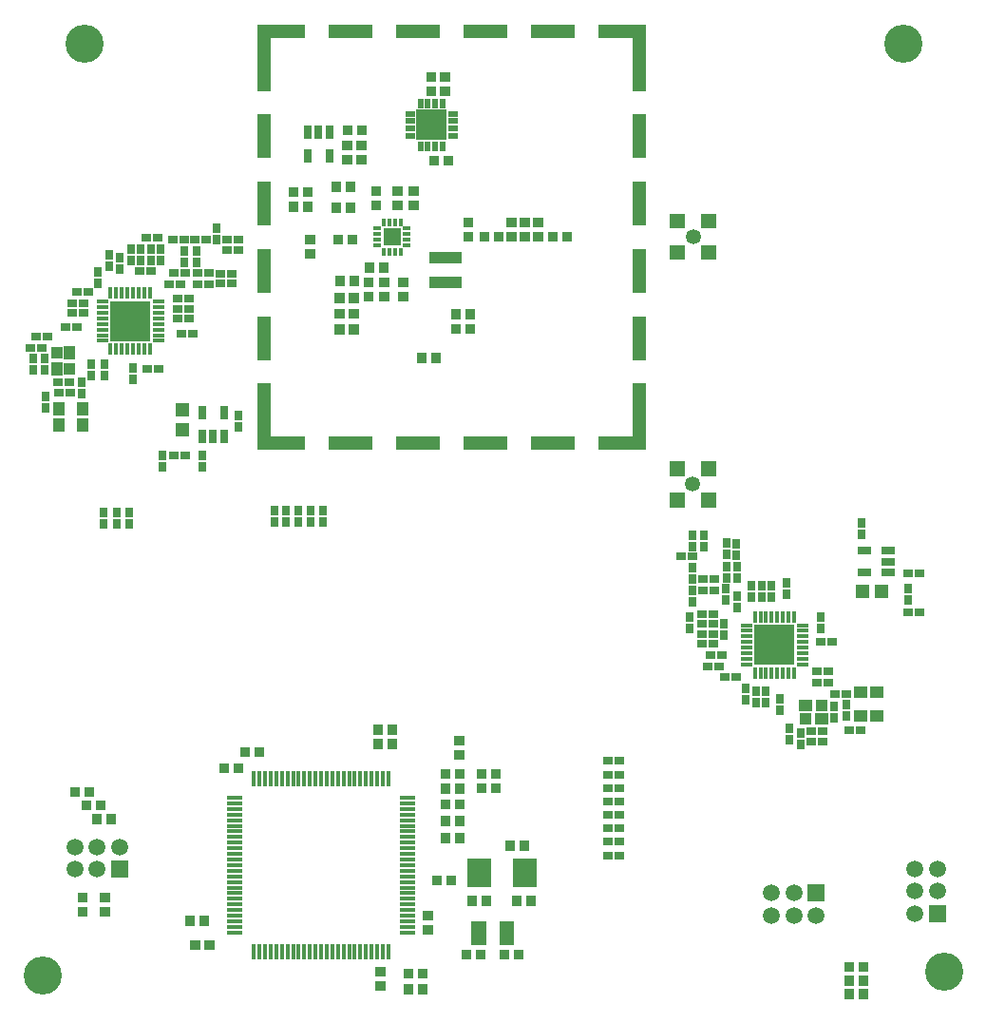
<source format=gbr>
G04 #@! TF.FileFunction,Soldermask,Top*
%FSLAX46Y46*%
G04 Gerber Fmt 4.6, Leading zero omitted, Abs format (unit mm)*
G04 Created by KiCad (PCBNEW 4.0.7) date Thursday, March 08, 2018 'PMt' 03:01:10 PM*
%MOMM*%
%LPD*%
G01*
G04 APERTURE LIST*
%ADD10C,0.100000*%
%ADD11C,3.400000*%
%ADD12R,1.500000X1.500000*%
%ADD13C,1.500000*%
%ADD14R,1.300000X1.300000*%
%ADD15R,0.500000X0.920000*%
%ADD16R,0.920000X0.500000*%
%ADD17R,2.700000X2.700000*%
%ADD18R,1.400480X0.399720*%
%ADD19R,0.399720X1.400480*%
%ADD20R,1.200000X5.920000*%
%ADD21R,1.200000X4.000000*%
%ADD22R,4.000000X1.200000*%
%ADD23R,4.340000X1.200000*%
%ADD24C,1.350000*%
%ADD25R,1.087120X0.985520*%
%ADD26R,1.149960X1.048360*%
%ADD27R,0.985520X1.087120*%
%ADD28R,1.048360X1.149960*%
%ADD29R,0.420000X0.990000*%
%ADD30R,0.990000X0.420000*%
%ADD31C,0.740000*%
%ADD32R,3.650000X3.650000*%
%ADD33R,0.740000X0.380000*%
%ADD34O,0.740000X0.380000*%
%ADD35O,0.380000X0.740000*%
%ADD36R,0.380000X0.740000*%
%ADD37R,1.600000X1.600000*%
%ADD38R,0.790000X0.810000*%
%ADD39R,0.810000X0.790000*%
%ADD40R,1.000000X1.200000*%
%ADD41R,1.200000X1.000000*%
%ADD42R,1.200760X0.799440*%
%ADD43R,0.799440X1.200760*%
%ADD44R,2.900000X1.000000*%
G04 APERTURE END LIST*
D10*
D11*
X185210000Y-59350000D03*
X188855000Y-142020000D03*
X108525000Y-142350000D03*
D12*
X177500000Y-135000000D03*
D13*
X177500000Y-137000000D03*
X175500000Y-135000000D03*
X175500000Y-137000000D03*
X173500000Y-135000000D03*
X173500000Y-137000000D03*
D14*
X120972380Y-92015664D03*
X120972380Y-93745664D03*
D12*
X115400000Y-132900000D03*
D13*
X115400000Y-130900000D03*
X113400000Y-132900000D03*
X113400000Y-130900000D03*
X111400000Y-132900000D03*
X111400000Y-130900000D03*
D12*
X188277620Y-136834336D03*
D13*
X186277620Y-136834336D03*
X188277620Y-134834336D03*
X186277620Y-134834336D03*
X188277620Y-132834336D03*
X186277620Y-132834336D03*
D15*
X144150000Y-64700000D03*
X143500000Y-64700000D03*
X142850000Y-64700000D03*
X142200000Y-64700000D03*
D16*
X141275000Y-65625000D03*
X141275000Y-66275000D03*
X141275000Y-66925000D03*
X141275000Y-67575000D03*
D15*
X142200000Y-68500000D03*
X142850000Y-68500000D03*
X143500000Y-68500000D03*
X144150000Y-68500000D03*
D16*
X145075000Y-67575000D03*
X145075000Y-66925000D03*
X145075000Y-66275000D03*
X145075000Y-65625000D03*
D17*
X143175000Y-66600000D03*
D18*
X141026760Y-137026760D03*
X141026760Y-136526380D03*
X141026760Y-136026000D03*
X141026760Y-135525620D03*
X141026760Y-135025240D03*
X141026760Y-138525360D03*
X141026760Y-138024980D03*
X141026760Y-137527140D03*
X141026760Y-130526900D03*
X141026760Y-130026520D03*
X141026760Y-129526140D03*
X141026760Y-129025760D03*
X141026760Y-128525380D03*
X141026760Y-128025000D03*
X141026760Y-127524620D03*
X141026760Y-127026780D03*
D19*
X135850240Y-124850000D03*
X135349860Y-124850000D03*
X134852020Y-124850000D03*
X134351640Y-124850000D03*
X133851260Y-124850000D03*
X133350880Y-124850000D03*
X132850500Y-124850000D03*
X132350120Y-124850000D03*
X127851780Y-124850000D03*
X127351400Y-124850000D03*
D18*
X125675000Y-126526400D03*
X125675000Y-127026780D03*
X125675000Y-127524620D03*
X125675000Y-128025000D03*
X125675000Y-128525380D03*
X125675000Y-129025760D03*
X141026760Y-134524860D03*
X141026760Y-134027020D03*
X141026760Y-133526640D03*
X141026760Y-126526400D03*
D19*
X139350360Y-124850000D03*
X138849980Y-124850000D03*
X131849740Y-124850000D03*
X131351900Y-124850000D03*
X130851520Y-124850000D03*
D18*
X125675000Y-129526140D03*
X125675000Y-130026520D03*
X125675000Y-130526900D03*
X141026760Y-133026260D03*
X141026760Y-132525880D03*
X141026760Y-132025500D03*
X141026760Y-131525120D03*
X141026760Y-131024740D03*
D19*
X138352140Y-124850000D03*
X137851760Y-124850000D03*
X137351380Y-124850000D03*
X136851000Y-124850000D03*
X136350620Y-124850000D03*
X130351140Y-124850000D03*
X129850760Y-124850000D03*
X129350380Y-124850000D03*
X128850000Y-124850000D03*
X128349620Y-124850000D03*
D18*
X125675000Y-131024740D03*
X125675000Y-131525120D03*
X125675000Y-132025500D03*
X125675000Y-132525880D03*
X125675000Y-133026260D03*
X125675000Y-133526640D03*
X125675000Y-134027020D03*
X125675000Y-134524860D03*
X125675000Y-135025240D03*
X125675000Y-135525620D03*
X125675000Y-136026000D03*
X125675000Y-136526380D03*
X125675000Y-137026760D03*
X125675000Y-137527140D03*
X125675000Y-138024980D03*
X125675000Y-138525360D03*
D19*
X127351400Y-140201760D03*
X127851780Y-140201760D03*
X128349620Y-140201760D03*
X128850000Y-140201760D03*
X129350380Y-140201760D03*
X129850760Y-140201760D03*
X130351140Y-140201760D03*
X130851520Y-140201760D03*
X131351900Y-140201760D03*
X131849740Y-140201760D03*
X132350120Y-140201760D03*
X132850500Y-140201760D03*
X133350880Y-140201760D03*
X133851260Y-140201760D03*
X134351640Y-140201760D03*
X134852020Y-140201760D03*
X135349860Y-140201760D03*
X135850240Y-140201760D03*
X136350620Y-140201760D03*
X136851000Y-140201760D03*
X137351380Y-140201760D03*
X137851760Y-140201760D03*
X138352140Y-140201760D03*
X138849980Y-140201760D03*
X139350360Y-140201760D03*
D11*
X112290000Y-59350000D03*
D20*
X128260000Y-92540000D03*
D21*
X128260000Y-85590000D03*
X128260000Y-79580000D03*
X128260000Y-73590000D03*
X128260000Y-67590000D03*
X161740000Y-85590000D03*
X161740000Y-79580000D03*
X161740000Y-73590000D03*
X161740000Y-67590000D03*
D20*
X161740000Y-92540000D03*
X161740000Y-60625000D03*
X128260000Y-60625000D03*
D22*
X136000000Y-94900000D03*
X142000000Y-94900000D03*
X148000000Y-94900000D03*
X154000000Y-94900000D03*
X136000000Y-58270000D03*
X142000000Y-58270000D03*
X148000000Y-58270000D03*
X154000000Y-58270000D03*
D23*
X129830000Y-58265000D03*
X160170000Y-58265000D03*
X129830000Y-94900000D03*
X160170000Y-94900000D03*
D24*
X166494769Y-98620741D03*
D10*
G36*
X167244769Y-100670741D02*
X167244769Y-99370741D01*
X168544769Y-99370741D01*
X168544769Y-100670741D01*
X167244769Y-100670741D01*
X167244769Y-100670741D01*
G37*
G36*
X164444769Y-100670741D02*
X164444769Y-99370741D01*
X165744769Y-99370741D01*
X165744769Y-100670741D01*
X164444769Y-100670741D01*
X164444769Y-100670741D01*
G37*
G36*
X164444769Y-97870741D02*
X164444769Y-96570741D01*
X165744769Y-96570741D01*
X165744769Y-97870741D01*
X164444769Y-97870741D01*
X164444769Y-97870741D01*
G37*
G36*
X167244769Y-97870741D02*
X167244769Y-96570741D01*
X168544769Y-96570741D01*
X168544769Y-97870741D01*
X167244769Y-97870741D01*
X167244769Y-97870741D01*
G37*
D24*
X166500000Y-76580000D03*
D10*
G36*
X167250000Y-78630000D02*
X167250000Y-77330000D01*
X168550000Y-77330000D01*
X168550000Y-78630000D01*
X167250000Y-78630000D01*
X167250000Y-78630000D01*
G37*
G36*
X164450000Y-78630000D02*
X164450000Y-77330000D01*
X165750000Y-77330000D01*
X165750000Y-78630000D01*
X164450000Y-78630000D01*
X164450000Y-78630000D01*
G37*
G36*
X164450000Y-75830000D02*
X164450000Y-74530000D01*
X165750000Y-74530000D01*
X165750000Y-75830000D01*
X164450000Y-75830000D01*
X164450000Y-75830000D01*
G37*
G36*
X167250000Y-75830000D02*
X167250000Y-74530000D01*
X168550000Y-74530000D01*
X168550000Y-75830000D01*
X167250000Y-75830000D01*
X167250000Y-75830000D01*
G37*
D25*
X177943592Y-118334488D03*
X176495792Y-119477488D03*
D26*
X176495792Y-118334488D03*
X177943592Y-119477488D03*
D27*
X110915380Y-88315664D03*
X109772380Y-86867864D03*
D28*
X110915380Y-86867864D03*
X109772380Y-88315664D03*
D29*
X114584760Y-86581328D03*
X115084760Y-86581328D03*
X115584760Y-86581328D03*
X116084760Y-86581328D03*
X116584760Y-86581328D03*
X117084760Y-86581328D03*
X117584760Y-86581328D03*
X118084760Y-86581328D03*
D30*
X118834760Y-85831328D03*
X118834760Y-85331328D03*
X118834760Y-84831328D03*
X118834760Y-84331328D03*
X118834760Y-83831328D03*
X118834760Y-83331328D03*
X118834760Y-82831328D03*
X118834760Y-82331328D03*
D29*
X118084760Y-81581328D03*
X117584760Y-81581328D03*
X117084760Y-81581328D03*
X116584760Y-81581328D03*
X116084760Y-81581328D03*
X115584760Y-81581328D03*
X115084760Y-81581328D03*
X114584760Y-81581328D03*
D30*
X113834760Y-82331328D03*
X113834760Y-82831328D03*
X113834760Y-83331328D03*
X113834760Y-83831328D03*
X113834760Y-84331328D03*
X113834760Y-84831328D03*
X113834760Y-85331328D03*
X113834760Y-85831328D03*
D31*
X115234760Y-85181328D03*
X116334760Y-85181328D03*
X117434760Y-85181328D03*
X115234760Y-84081328D03*
X116334760Y-84081328D03*
X117434760Y-84081328D03*
X115234760Y-82981328D03*
X116334760Y-82981328D03*
X117434760Y-82981328D03*
D32*
X116334760Y-84081328D03*
D30*
X176259692Y-114655988D03*
X176259692Y-114155988D03*
X176259692Y-113655988D03*
X176259692Y-113155988D03*
X176259692Y-112655988D03*
X176259692Y-112155988D03*
X176259692Y-111655988D03*
X176259692Y-111155988D03*
D29*
X175509692Y-110405988D03*
X175009692Y-110405988D03*
X174509692Y-110405988D03*
X174009692Y-110405988D03*
X173509692Y-110405988D03*
X173009692Y-110405988D03*
X172509692Y-110405988D03*
X172009692Y-110405988D03*
D30*
X171259692Y-111155988D03*
X171259692Y-111655988D03*
X171259692Y-112155988D03*
X171259692Y-112655988D03*
X171259692Y-113155988D03*
X171259692Y-113655988D03*
X171259692Y-114155988D03*
X171259692Y-114655988D03*
D29*
X172009692Y-115405988D03*
X172509692Y-115405988D03*
X173009692Y-115405988D03*
X173509692Y-115405988D03*
X174009692Y-115405988D03*
X174509692Y-115405988D03*
X175009692Y-115405988D03*
X175509692Y-115405988D03*
D31*
X174859692Y-114005988D03*
X174859692Y-112905988D03*
X174859692Y-111805988D03*
X173759692Y-114005988D03*
X173759692Y-112905988D03*
X173759692Y-111805988D03*
X172659692Y-114005988D03*
X172659692Y-112905988D03*
X172659692Y-111805988D03*
D32*
X173759692Y-112905988D03*
D33*
X138372380Y-76331328D03*
D34*
X138372380Y-75831328D03*
D33*
X138372380Y-76831328D03*
D34*
X138372380Y-77331328D03*
D35*
X138922380Y-77881328D03*
D36*
X139422380Y-77881328D03*
X139922380Y-77881328D03*
D35*
X140422380Y-77881328D03*
D34*
X140972380Y-77331328D03*
D33*
X140972380Y-76831328D03*
X140972380Y-76331328D03*
D34*
X140972380Y-75831328D03*
D35*
X140422380Y-75281328D03*
D36*
X139922380Y-75281328D03*
X139422380Y-75281328D03*
D35*
X138922380Y-75281328D03*
D37*
X139672380Y-76581328D03*
D38*
X180134690Y-119260340D03*
X180134690Y-118240340D03*
D39*
X185639692Y-106505988D03*
X186659692Y-106505988D03*
X177559692Y-115255988D03*
X178579692Y-115255988D03*
X177874769Y-112610741D03*
X178894769Y-112610741D03*
D38*
X177909692Y-111425988D03*
X177909692Y-110405988D03*
X181534690Y-103060340D03*
X181534690Y-102040340D03*
D39*
X179114690Y-117280988D03*
X180134690Y-117280988D03*
D38*
X179109692Y-119375988D03*
X179109692Y-118355988D03*
D39*
X178049692Y-120575988D03*
X177029692Y-120575988D03*
D38*
X175109692Y-121335988D03*
X175109692Y-120315988D03*
D39*
X185684692Y-110005988D03*
X186704692Y-110005988D03*
X178049692Y-121485988D03*
X177029692Y-121485988D03*
D38*
X174859692Y-108425988D03*
X174859692Y-107405988D03*
X174259692Y-118705988D03*
X174259692Y-117685988D03*
X173484692Y-108680988D03*
X173484692Y-107660988D03*
X172999692Y-118075988D03*
X172999692Y-117055988D03*
D39*
X169309692Y-115755988D03*
X170329692Y-115755988D03*
D38*
X172089692Y-118075988D03*
X172089692Y-117055988D03*
X171709692Y-108680988D03*
X171709692Y-107660988D03*
X171184692Y-117775988D03*
X171184692Y-116755988D03*
D39*
X167819692Y-114795988D03*
X168839692Y-114795988D03*
X168039692Y-113855988D03*
X169059692Y-113855988D03*
D38*
X169459692Y-104875988D03*
X169459692Y-103855988D03*
X169434690Y-107920340D03*
X169434690Y-108940340D03*
X169459692Y-106930988D03*
X169459692Y-105910988D03*
X170384692Y-104905988D03*
X170384692Y-103885988D03*
D39*
X167414690Y-107040340D03*
X168434690Y-107040340D03*
X167284692Y-112805988D03*
X168304692Y-112805988D03*
X167284692Y-111055988D03*
X168304692Y-111055988D03*
D38*
X166459692Y-109055988D03*
X166459692Y-108035988D03*
D39*
X166484692Y-105055988D03*
X165464692Y-105055988D03*
D38*
X167459692Y-103180988D03*
X167459692Y-104200988D03*
D39*
X109972380Y-90481328D03*
X110992380Y-90481328D03*
D38*
X122747380Y-96045664D03*
X122747380Y-97065664D03*
X114022380Y-87915664D03*
X114022380Y-88935664D03*
X116584760Y-88281328D03*
X116584760Y-89301328D03*
D39*
X117852380Y-88315664D03*
X118872380Y-88315664D03*
D38*
X126000000Y-92480000D03*
X126000000Y-93500000D03*
X111972380Y-89515664D03*
X111972380Y-90535664D03*
D39*
X109872380Y-89515664D03*
X110892380Y-89515664D03*
D38*
X108672380Y-88435664D03*
X108672380Y-87415664D03*
D39*
X107984760Y-85481328D03*
X109004760Y-85481328D03*
D38*
X119247380Y-96040664D03*
X119247380Y-97060664D03*
X107722380Y-88435664D03*
X107722380Y-87415664D03*
D39*
X120872380Y-85215664D03*
X121892380Y-85215664D03*
X110552380Y-84615664D03*
X111572380Y-84615664D03*
X120584760Y-83881328D03*
X121604760Y-83881328D03*
X111172380Y-83365664D03*
X112192380Y-83365664D03*
D38*
X113472380Y-79681328D03*
X113472380Y-80701328D03*
D39*
X111202380Y-82465664D03*
X112222380Y-82465664D03*
X120572380Y-82065664D03*
X121592380Y-82065664D03*
X111584760Y-81481328D03*
X112604760Y-81481328D03*
D38*
X114472380Y-78195664D03*
X114472380Y-79215664D03*
X115372380Y-78415664D03*
X115372380Y-79435664D03*
D39*
X124342380Y-79855664D03*
X125362380Y-79855664D03*
X121212380Y-79815664D03*
X120192380Y-79815664D03*
X122342380Y-79815664D03*
X123362380Y-79815664D03*
X124342380Y-80745664D03*
X125362380Y-80745664D03*
D38*
X122232380Y-77855664D03*
X122232380Y-78875664D03*
X116452380Y-77635664D03*
X116452380Y-78655664D03*
X118172380Y-77635664D03*
X118172380Y-78655664D03*
D39*
X120142380Y-76835664D03*
X121162380Y-76835664D03*
D38*
X124062380Y-76825664D03*
X124062380Y-75805664D03*
D39*
X126012380Y-77765664D03*
X124992380Y-77765664D03*
D38*
X185634692Y-108905988D03*
X185634692Y-107885988D03*
X170434690Y-109560340D03*
X170434690Y-108540340D03*
X169279692Y-112065988D03*
X169279692Y-111045988D03*
D39*
X167414690Y-108040340D03*
X168434690Y-108040340D03*
X167289692Y-111955988D03*
X168309692Y-111955988D03*
X167284692Y-110155988D03*
X168304692Y-110155988D03*
D38*
X166484692Y-106055988D03*
X166484692Y-107075988D03*
X166234690Y-111460340D03*
X166234690Y-110440340D03*
X166484692Y-103180988D03*
X166484692Y-104200988D03*
D39*
X120222380Y-96015664D03*
X121242380Y-96015664D03*
X119782380Y-80825664D03*
X120802380Y-80825664D03*
X117172380Y-79655664D03*
X118192380Y-79655664D03*
D38*
X121184760Y-77861328D03*
X121184760Y-78881328D03*
X117302380Y-77635664D03*
X117302380Y-78655664D03*
X119032380Y-77645664D03*
X119032380Y-78665664D03*
D39*
X123142380Y-76835664D03*
X122122380Y-76835664D03*
X117752380Y-76635664D03*
X118772380Y-76635664D03*
X125992380Y-76815664D03*
X124972380Y-76815664D03*
X180389692Y-120505988D03*
X181409692Y-120505988D03*
D38*
X176089692Y-121815988D03*
X176089692Y-120795988D03*
D39*
X178579692Y-116305988D03*
X177559692Y-116305988D03*
D38*
X172609692Y-108680988D03*
X172609692Y-107660988D03*
X170409692Y-106930988D03*
X170409692Y-105910988D03*
X108772380Y-90795664D03*
X108772380Y-91815664D03*
D39*
X107452380Y-86465664D03*
X108472380Y-86465664D03*
D38*
X112872380Y-88935664D03*
X112872380Y-87915664D03*
D39*
X120584760Y-82981328D03*
X121604760Y-82981328D03*
X122322380Y-80775664D03*
X123342380Y-80775664D03*
X158919259Y-124454769D03*
X159939259Y-124454769D03*
X158919259Y-125654769D03*
X159939259Y-125654769D03*
X158919259Y-126854769D03*
X159939259Y-126854769D03*
X158919259Y-128054769D03*
X159939259Y-128054769D03*
X158919259Y-129254769D03*
X159939259Y-129254769D03*
X158919259Y-130454769D03*
X159939259Y-130454769D03*
X158919259Y-131654769D03*
X159939259Y-131654769D03*
D38*
X113972380Y-102125664D03*
X113972380Y-101105664D03*
X115117380Y-102125664D03*
X115117380Y-101105664D03*
X116262380Y-102125664D03*
X116262380Y-101105664D03*
X129162380Y-102000000D03*
X129162380Y-100980000D03*
X130252380Y-102000000D03*
X130252380Y-100980000D03*
X131342380Y-102000000D03*
X131342380Y-100980000D03*
X132432380Y-102000000D03*
X132432380Y-100980000D03*
X133522380Y-102000000D03*
X133522380Y-100980000D03*
D39*
X158919259Y-123254769D03*
X159939259Y-123254769D03*
D10*
G36*
X135257380Y-67545664D02*
X135257380Y-66645664D01*
X136107380Y-66645664D01*
X136107380Y-67545664D01*
X135257380Y-67545664D01*
X135257380Y-67545664D01*
G37*
G36*
X136527380Y-67545664D02*
X136527380Y-66645664D01*
X137377380Y-66645664D01*
X137377380Y-67545664D01*
X136527380Y-67545664D01*
X136527380Y-67545664D01*
G37*
G36*
X134259760Y-74431328D02*
X134259760Y-73531328D01*
X135109760Y-73531328D01*
X135109760Y-74431328D01*
X134259760Y-74431328D01*
X134259760Y-74431328D01*
G37*
G36*
X135529760Y-74431328D02*
X135529760Y-73531328D01*
X136379760Y-73531328D01*
X136379760Y-74431328D01*
X135529760Y-74431328D01*
X135529760Y-74431328D01*
G37*
G36*
X131902380Y-76400664D02*
X132802380Y-76400664D01*
X132802380Y-77250664D01*
X131902380Y-77250664D01*
X131902380Y-76400664D01*
X131902380Y-76400664D01*
G37*
G36*
X131902380Y-77670664D02*
X132802380Y-77670664D01*
X132802380Y-78520664D01*
X131902380Y-78520664D01*
X131902380Y-77670664D01*
X131902380Y-77670664D01*
G37*
G36*
X134577380Y-80965664D02*
X134577380Y-80065664D01*
X135427380Y-80065664D01*
X135427380Y-80965664D01*
X134577380Y-80965664D01*
X134577380Y-80965664D01*
G37*
G36*
X135847380Y-80965664D02*
X135847380Y-80065664D01*
X136697380Y-80065664D01*
X136697380Y-80965664D01*
X135847380Y-80965664D01*
X135847380Y-80965664D01*
G37*
G36*
X143934760Y-61956328D02*
X144834760Y-61956328D01*
X144834760Y-62806328D01*
X143934760Y-62806328D01*
X143934760Y-61956328D01*
X143934760Y-61956328D01*
G37*
G36*
X143934760Y-63226328D02*
X144834760Y-63226328D01*
X144834760Y-64076328D01*
X143934760Y-64076328D01*
X143934760Y-63226328D01*
X143934760Y-63226328D01*
G37*
G36*
X142734760Y-61956328D02*
X143634760Y-61956328D01*
X143634760Y-62806328D01*
X142734760Y-62806328D01*
X142734760Y-61956328D01*
X142734760Y-61956328D01*
G37*
G36*
X142734760Y-63226328D02*
X143634760Y-63226328D01*
X143634760Y-64076328D01*
X142734760Y-64076328D01*
X142734760Y-63226328D01*
X142734760Y-63226328D01*
G37*
G36*
X179975000Y-143250000D02*
X179975000Y-142350000D01*
X180825000Y-142350000D01*
X180825000Y-143250000D01*
X179975000Y-143250000D01*
X179975000Y-143250000D01*
G37*
G36*
X181245000Y-143250000D02*
X181245000Y-142350000D01*
X182095000Y-142350000D01*
X182095000Y-143250000D01*
X181245000Y-143250000D01*
X181245000Y-143250000D01*
G37*
G36*
X182095000Y-141150000D02*
X182095000Y-142050000D01*
X181245000Y-142050000D01*
X181245000Y-141150000D01*
X182095000Y-141150000D01*
X182095000Y-141150000D01*
G37*
G36*
X180825000Y-141150000D02*
X180825000Y-142050000D01*
X179975000Y-142050000D01*
X179975000Y-141150000D01*
X180825000Y-141150000D01*
X180825000Y-141150000D01*
G37*
G36*
X182095000Y-143550000D02*
X182095000Y-144450000D01*
X181245000Y-144450000D01*
X181245000Y-143550000D01*
X182095000Y-143550000D01*
X182095000Y-143550000D01*
G37*
G36*
X180825000Y-143550000D02*
X180825000Y-144450000D01*
X179975000Y-144450000D01*
X179975000Y-143550000D01*
X180825000Y-143550000D01*
X180825000Y-143550000D01*
G37*
G36*
X113095000Y-125550000D02*
X113095000Y-126450000D01*
X112245000Y-126450000D01*
X112245000Y-125550000D01*
X113095000Y-125550000D01*
X113095000Y-125550000D01*
G37*
G36*
X111825000Y-125550000D02*
X111825000Y-126450000D01*
X110975000Y-126450000D01*
X110975000Y-125550000D01*
X111825000Y-125550000D01*
X111825000Y-125550000D01*
G37*
G36*
X115095000Y-127950000D02*
X115095000Y-128850000D01*
X114245000Y-128850000D01*
X114245000Y-127950000D01*
X115095000Y-127950000D01*
X115095000Y-127950000D01*
G37*
G36*
X113825000Y-127950000D02*
X113825000Y-128850000D01*
X112975000Y-128850000D01*
X112975000Y-127950000D01*
X113825000Y-127950000D01*
X113825000Y-127950000D01*
G37*
G36*
X114550000Y-137095000D02*
X113650000Y-137095000D01*
X113650000Y-136245000D01*
X114550000Y-136245000D01*
X114550000Y-137095000D01*
X114550000Y-137095000D01*
G37*
G36*
X114550000Y-135825000D02*
X113650000Y-135825000D01*
X113650000Y-134975000D01*
X114550000Y-134975000D01*
X114550000Y-135825000D01*
X114550000Y-135825000D01*
G37*
G36*
X111975000Y-127650000D02*
X111975000Y-126750000D01*
X112825000Y-126750000D01*
X112825000Y-127650000D01*
X111975000Y-127650000D01*
X111975000Y-127650000D01*
G37*
G36*
X113245000Y-127650000D02*
X113245000Y-126750000D01*
X114095000Y-126750000D01*
X114095000Y-127650000D01*
X113245000Y-127650000D01*
X113245000Y-127650000D01*
G37*
G36*
X111650000Y-134975000D02*
X112550000Y-134975000D01*
X112550000Y-135825000D01*
X111650000Y-135825000D01*
X111650000Y-134975000D01*
X111650000Y-134975000D01*
G37*
G36*
X111650000Y-136245000D02*
X112550000Y-136245000D01*
X112550000Y-137095000D01*
X111650000Y-137095000D01*
X111650000Y-136245000D01*
X111650000Y-136245000D01*
G37*
G36*
X138170000Y-141585000D02*
X139070000Y-141585000D01*
X139070000Y-142435000D01*
X138170000Y-142435000D01*
X138170000Y-141585000D01*
X138170000Y-141585000D01*
G37*
G36*
X138170000Y-142855000D02*
X139070000Y-142855000D01*
X139070000Y-143705000D01*
X138170000Y-143705000D01*
X138170000Y-142855000D01*
X138170000Y-142855000D01*
G37*
G36*
X143975000Y-124850000D02*
X143975000Y-123950000D01*
X144825000Y-123950000D01*
X144825000Y-124850000D01*
X143975000Y-124850000D01*
X143975000Y-124850000D01*
G37*
G36*
X145245000Y-124850000D02*
X145245000Y-123950000D01*
X146095000Y-123950000D01*
X146095000Y-124850000D01*
X145245000Y-124850000D01*
X145245000Y-124850000D01*
G37*
G36*
X149805000Y-131253015D02*
X149805000Y-130353015D01*
X150655000Y-130353015D01*
X150655000Y-131253015D01*
X149805000Y-131253015D01*
X149805000Y-131253015D01*
G37*
G36*
X151075000Y-131253015D02*
X151075000Y-130353015D01*
X151925000Y-130353015D01*
X151925000Y-131253015D01*
X151075000Y-131253015D01*
X151075000Y-131253015D01*
G37*
G36*
X143975000Y-130550000D02*
X143975000Y-129650000D01*
X144825000Y-129650000D01*
X144825000Y-130550000D01*
X143975000Y-130550000D01*
X143975000Y-130550000D01*
G37*
G36*
X145245000Y-130550000D02*
X145245000Y-129650000D01*
X146095000Y-129650000D01*
X146095000Y-130550000D01*
X145245000Y-130550000D01*
X145245000Y-130550000D01*
G37*
G36*
X149609760Y-76131328D02*
X149609760Y-77031328D01*
X148759760Y-77031328D01*
X148759760Y-76131328D01*
X149609760Y-76131328D01*
X149609760Y-76131328D01*
G37*
G36*
X148339760Y-76131328D02*
X148339760Y-77031328D01*
X147489760Y-77031328D01*
X147489760Y-76131328D01*
X148339760Y-76131328D01*
X148339760Y-76131328D01*
G37*
G36*
X139377380Y-78855664D02*
X139377380Y-79755664D01*
X138527380Y-79755664D01*
X138527380Y-78855664D01*
X139377380Y-78855664D01*
X139377380Y-78855664D01*
G37*
G36*
X138107380Y-78855664D02*
X138107380Y-79755664D01*
X137257380Y-79755664D01*
X137257380Y-78855664D01*
X138107380Y-78855664D01*
X138107380Y-78855664D01*
G37*
G36*
X146130000Y-123135000D02*
X145230000Y-123135000D01*
X145230000Y-122285000D01*
X146130000Y-122285000D01*
X146130000Y-123135000D01*
X146130000Y-123135000D01*
G37*
G36*
X146130000Y-121865000D02*
X145230000Y-121865000D01*
X145230000Y-121015000D01*
X146130000Y-121015000D01*
X146130000Y-121865000D01*
X146130000Y-121865000D01*
G37*
G36*
X155705000Y-76131328D02*
X155705000Y-77031328D01*
X154855000Y-77031328D01*
X154855000Y-76131328D01*
X155705000Y-76131328D01*
X155705000Y-76131328D01*
G37*
G36*
X154435000Y-76131328D02*
X154435000Y-77031328D01*
X153585000Y-77031328D01*
X153585000Y-76131328D01*
X154435000Y-76131328D01*
X154435000Y-76131328D01*
G37*
G36*
X153150000Y-77005000D02*
X152250000Y-77005000D01*
X152250000Y-76155000D01*
X153150000Y-76155000D01*
X153150000Y-77005000D01*
X153150000Y-77005000D01*
G37*
G36*
X153150000Y-75735000D02*
X152250000Y-75735000D01*
X152250000Y-74885000D01*
X153150000Y-74885000D01*
X153150000Y-75735000D01*
X153150000Y-75735000D01*
G37*
G36*
X150750000Y-77006328D02*
X149850000Y-77006328D01*
X149850000Y-76156328D01*
X150750000Y-76156328D01*
X150750000Y-77006328D01*
X150750000Y-77006328D01*
G37*
G36*
X150750000Y-75736328D02*
X149850000Y-75736328D01*
X149850000Y-74886328D01*
X150750000Y-74886328D01*
X150750000Y-75736328D01*
X150750000Y-75736328D01*
G37*
G36*
X151050000Y-74886328D02*
X151950000Y-74886328D01*
X151950000Y-75736328D01*
X151050000Y-75736328D01*
X151050000Y-74886328D01*
X151050000Y-74886328D01*
G37*
G36*
X151050000Y-76156328D02*
X151950000Y-76156328D01*
X151950000Y-77006328D01*
X151050000Y-77006328D01*
X151050000Y-76156328D01*
X151050000Y-76156328D01*
G37*
G36*
X146034760Y-74885000D02*
X146934760Y-74885000D01*
X146934760Y-75735000D01*
X146034760Y-75735000D01*
X146034760Y-74885000D01*
X146034760Y-74885000D01*
G37*
G36*
X146034760Y-76155000D02*
X146934760Y-76155000D01*
X146934760Y-77005000D01*
X146034760Y-77005000D01*
X146034760Y-76155000D01*
X146034760Y-76155000D01*
G37*
G36*
X141907380Y-87815664D02*
X141907380Y-86915664D01*
X142757380Y-86915664D01*
X142757380Y-87815664D01*
X141907380Y-87815664D01*
X141907380Y-87815664D01*
G37*
G36*
X143177380Y-87815664D02*
X143177380Y-86915664D01*
X144027380Y-86915664D01*
X144027380Y-87815664D01*
X143177380Y-87815664D01*
X143177380Y-87815664D01*
G37*
G36*
X144959760Y-85231328D02*
X144959760Y-84331328D01*
X145809760Y-84331328D01*
X145809760Y-85231328D01*
X144959760Y-85231328D01*
X144959760Y-85231328D01*
G37*
G36*
X146229760Y-85231328D02*
X146229760Y-84331328D01*
X147079760Y-84331328D01*
X147079760Y-85231328D01*
X146229760Y-85231328D01*
X146229760Y-85231328D01*
G37*
G36*
X144959760Y-83931328D02*
X144959760Y-83031328D01*
X145809760Y-83031328D01*
X145809760Y-83931328D01*
X144959760Y-83931328D01*
X144959760Y-83931328D01*
G37*
G36*
X146229760Y-83931328D02*
X146229760Y-83031328D01*
X147079760Y-83031328D01*
X147079760Y-83931328D01*
X146229760Y-83931328D01*
X146229760Y-83931328D01*
G37*
G36*
X142034760Y-74206328D02*
X141134760Y-74206328D01*
X141134760Y-73356328D01*
X142034760Y-73356328D01*
X142034760Y-74206328D01*
X142034760Y-74206328D01*
G37*
G36*
X142034760Y-72936328D02*
X141134760Y-72936328D01*
X141134760Y-72086328D01*
X142034760Y-72086328D01*
X142034760Y-72936328D01*
X142034760Y-72936328D01*
G37*
G36*
X140622380Y-74206328D02*
X139722380Y-74206328D01*
X139722380Y-73356328D01*
X140622380Y-73356328D01*
X140622380Y-74206328D01*
X140622380Y-74206328D01*
G37*
G36*
X140622380Y-72936328D02*
X139722380Y-72936328D01*
X139722380Y-72086328D01*
X140622380Y-72086328D01*
X140622380Y-72936328D01*
X140622380Y-72936328D01*
G37*
G36*
X140202380Y-80210664D02*
X141102380Y-80210664D01*
X141102380Y-81060664D01*
X140202380Y-81060664D01*
X140202380Y-80210664D01*
X140202380Y-80210664D01*
G37*
G36*
X140202380Y-81480664D02*
X141102380Y-81480664D01*
X141102380Y-82330664D01*
X140202380Y-82330664D01*
X140202380Y-81480664D01*
X140202380Y-81480664D01*
G37*
G36*
X136500000Y-68015000D02*
X137400000Y-68015000D01*
X137400000Y-68865000D01*
X136500000Y-68865000D01*
X136500000Y-68015000D01*
X136500000Y-68015000D01*
G37*
G36*
X136500000Y-69285000D02*
X137400000Y-69285000D01*
X137400000Y-70135000D01*
X136500000Y-70135000D01*
X136500000Y-69285000D01*
X136500000Y-69285000D01*
G37*
G36*
X138722380Y-74206328D02*
X137822380Y-74206328D01*
X137822380Y-73356328D01*
X138722380Y-73356328D01*
X138722380Y-74206328D01*
X138722380Y-74206328D01*
G37*
G36*
X138722380Y-72936328D02*
X137822380Y-72936328D01*
X137822380Y-72086328D01*
X138722380Y-72086328D01*
X138722380Y-72936328D01*
X138722380Y-72936328D01*
G37*
G36*
X138522380Y-80190664D02*
X139422380Y-80190664D01*
X139422380Y-81040664D01*
X138522380Y-81040664D01*
X138522380Y-80190664D01*
X138522380Y-80190664D01*
G37*
G36*
X138522380Y-81460664D02*
X139422380Y-81460664D01*
X139422380Y-82310664D01*
X138522380Y-82310664D01*
X138522380Y-81460664D01*
X138522380Y-81460664D01*
G37*
G36*
X136134760Y-70140664D02*
X135234760Y-70140664D01*
X135234760Y-69290664D01*
X136134760Y-69290664D01*
X136134760Y-70140664D01*
X136134760Y-70140664D01*
G37*
G36*
X136134760Y-68870664D02*
X135234760Y-68870664D01*
X135234760Y-68020664D01*
X136134760Y-68020664D01*
X136134760Y-68870664D01*
X136134760Y-68870664D01*
G37*
G36*
X136597380Y-76375664D02*
X136597380Y-77275664D01*
X135747380Y-77275664D01*
X135747380Y-76375664D01*
X136597380Y-76375664D01*
X136597380Y-76375664D01*
G37*
G36*
X135327380Y-76375664D02*
X135327380Y-77275664D01*
X134477380Y-77275664D01*
X134477380Y-76375664D01*
X135327380Y-76375664D01*
X135327380Y-76375664D01*
G37*
G36*
X137134760Y-80186328D02*
X138034760Y-80186328D01*
X138034760Y-81036328D01*
X137134760Y-81036328D01*
X137134760Y-80186328D01*
X137134760Y-80186328D01*
G37*
G36*
X137134760Y-81456328D02*
X138034760Y-81456328D01*
X138034760Y-82306328D01*
X137134760Y-82306328D01*
X137134760Y-81456328D01*
X137134760Y-81456328D01*
G37*
G36*
X134247380Y-72565664D02*
X134247380Y-71665664D01*
X135097380Y-71665664D01*
X135097380Y-72565664D01*
X134247380Y-72565664D01*
X134247380Y-72565664D01*
G37*
G36*
X135517380Y-72565664D02*
X135517380Y-71665664D01*
X136367380Y-71665664D01*
X136367380Y-72565664D01*
X135517380Y-72565664D01*
X135517380Y-72565664D01*
G37*
G36*
X132609760Y-72131328D02*
X132609760Y-73031328D01*
X131759760Y-73031328D01*
X131759760Y-72131328D01*
X132609760Y-72131328D01*
X132609760Y-72131328D01*
G37*
G36*
X131339760Y-72131328D02*
X131339760Y-73031328D01*
X130489760Y-73031328D01*
X130489760Y-72131328D01*
X131339760Y-72131328D01*
X131339760Y-72131328D01*
G37*
G36*
X134573044Y-82465664D02*
X134573044Y-81565664D01*
X135423044Y-81565664D01*
X135423044Y-82465664D01*
X134573044Y-82465664D01*
X134573044Y-82465664D01*
G37*
G36*
X135843044Y-82465664D02*
X135843044Y-81565664D01*
X136693044Y-81565664D01*
X136693044Y-82465664D01*
X135843044Y-82465664D01*
X135843044Y-82465664D01*
G37*
G36*
X132607380Y-73425664D02*
X132607380Y-74325664D01*
X131757380Y-74325664D01*
X131757380Y-73425664D01*
X132607380Y-73425664D01*
X132607380Y-73425664D01*
G37*
G36*
X131337380Y-73425664D02*
X131337380Y-74325664D01*
X130487380Y-74325664D01*
X130487380Y-73425664D01*
X131337380Y-73425664D01*
X131337380Y-73425664D01*
G37*
G36*
X134573044Y-83865664D02*
X134573044Y-82965664D01*
X135423044Y-82965664D01*
X135423044Y-83865664D01*
X134573044Y-83865664D01*
X134573044Y-83865664D01*
G37*
G36*
X135843044Y-83865664D02*
X135843044Y-82965664D01*
X136693044Y-82965664D01*
X136693044Y-83865664D01*
X135843044Y-83865664D01*
X135843044Y-83865664D01*
G37*
G36*
X134573044Y-85265664D02*
X134573044Y-84365664D01*
X135423044Y-84365664D01*
X135423044Y-85265664D01*
X134573044Y-85265664D01*
X134573044Y-85265664D01*
G37*
G36*
X135843044Y-85265664D02*
X135843044Y-84365664D01*
X136693044Y-84365664D01*
X136693044Y-85265664D01*
X135843044Y-85265664D01*
X135843044Y-85265664D01*
G37*
G36*
X145109760Y-69331328D02*
X145109760Y-70231328D01*
X144259760Y-70231328D01*
X144259760Y-69331328D01*
X145109760Y-69331328D01*
X145109760Y-69331328D01*
G37*
G36*
X143839760Y-69331328D02*
X143839760Y-70231328D01*
X142989760Y-70231328D01*
X142989760Y-69331328D01*
X143839760Y-69331328D01*
X143839760Y-69331328D01*
G37*
G36*
X149275000Y-140950000D02*
X149275000Y-140050000D01*
X150125000Y-140050000D01*
X150125000Y-140950000D01*
X149275000Y-140950000D01*
X149275000Y-140950000D01*
G37*
G36*
X150545000Y-140950000D02*
X150545000Y-140050000D01*
X151395000Y-140050000D01*
X151395000Y-140950000D01*
X150545000Y-140950000D01*
X150545000Y-140950000D01*
G37*
G36*
X148025000Y-140050000D02*
X148025000Y-140950000D01*
X147175000Y-140950000D01*
X147175000Y-140050000D01*
X148025000Y-140050000D01*
X148025000Y-140050000D01*
G37*
G36*
X146755000Y-140050000D02*
X146755000Y-140950000D01*
X145905000Y-140950000D01*
X145905000Y-140050000D01*
X146755000Y-140050000D01*
X146755000Y-140050000D01*
G37*
G36*
X142450000Y-136575000D02*
X143350000Y-136575000D01*
X143350000Y-137425000D01*
X142450000Y-137425000D01*
X142450000Y-136575000D01*
X142450000Y-136575000D01*
G37*
G36*
X142450000Y-137845000D02*
X143350000Y-137845000D01*
X143350000Y-138695000D01*
X142450000Y-138695000D01*
X142450000Y-137845000D01*
X142450000Y-137845000D01*
G37*
G36*
X140715000Y-142640000D02*
X140715000Y-141740000D01*
X141565000Y-141740000D01*
X141565000Y-142640000D01*
X140715000Y-142640000D01*
X140715000Y-142640000D01*
G37*
G36*
X141985000Y-142640000D02*
X141985000Y-141740000D01*
X142835000Y-141740000D01*
X142835000Y-142640000D01*
X141985000Y-142640000D01*
X141985000Y-142640000D01*
G37*
G36*
X123825000Y-139200000D02*
X123825000Y-140100000D01*
X122975000Y-140100000D01*
X122975000Y-139200000D01*
X123825000Y-139200000D01*
X123825000Y-139200000D01*
G37*
G36*
X122555000Y-139200000D02*
X122555000Y-140100000D01*
X121705000Y-140100000D01*
X121705000Y-139200000D01*
X122555000Y-139200000D01*
X122555000Y-139200000D01*
G37*
G36*
X126425000Y-123450000D02*
X126425000Y-124350000D01*
X125575000Y-124350000D01*
X125575000Y-123450000D01*
X126425000Y-123450000D01*
X126425000Y-123450000D01*
G37*
G36*
X125155000Y-123450000D02*
X125155000Y-124350000D01*
X124305000Y-124350000D01*
X124305000Y-123450000D01*
X125155000Y-123450000D01*
X125155000Y-123450000D01*
G37*
G36*
X138025000Y-122170000D02*
X138025000Y-121270000D01*
X138875000Y-121270000D01*
X138875000Y-122170000D01*
X138025000Y-122170000D01*
X138025000Y-122170000D01*
G37*
G36*
X139295000Y-122170000D02*
X139295000Y-121270000D01*
X140145000Y-121270000D01*
X140145000Y-122170000D01*
X139295000Y-122170000D01*
X139295000Y-122170000D01*
G37*
G36*
X138025000Y-120920000D02*
X138025000Y-120020000D01*
X138875000Y-120020000D01*
X138875000Y-120920000D01*
X138025000Y-120920000D01*
X138025000Y-120920000D01*
G37*
G36*
X139295000Y-120920000D02*
X139295000Y-120020000D01*
X140145000Y-120020000D01*
X140145000Y-120920000D01*
X139295000Y-120920000D01*
X139295000Y-120920000D01*
G37*
G36*
X143275000Y-134350000D02*
X143275000Y-133450000D01*
X144125000Y-133450000D01*
X144125000Y-134350000D01*
X143275000Y-134350000D01*
X143275000Y-134350000D01*
G37*
G36*
X144545000Y-134350000D02*
X144545000Y-133450000D01*
X145395000Y-133450000D01*
X145395000Y-134350000D01*
X144545000Y-134350000D01*
X144545000Y-134350000D01*
G37*
G36*
X143975000Y-129050000D02*
X143975000Y-128150000D01*
X144825000Y-128150000D01*
X144825000Y-129050000D01*
X143975000Y-129050000D01*
X143975000Y-129050000D01*
G37*
G36*
X145245000Y-129050000D02*
X145245000Y-128150000D01*
X146095000Y-128150000D01*
X146095000Y-129050000D01*
X145245000Y-129050000D01*
X145245000Y-129050000D01*
G37*
G36*
X123337380Y-137015664D02*
X123337380Y-137915664D01*
X122487380Y-137915664D01*
X122487380Y-137015664D01*
X123337380Y-137015664D01*
X123337380Y-137015664D01*
G37*
G36*
X122067380Y-137015664D02*
X122067380Y-137915664D01*
X121217380Y-137915664D01*
X121217380Y-137015664D01*
X122067380Y-137015664D01*
X122067380Y-137015664D01*
G37*
G36*
X140715000Y-144040000D02*
X140715000Y-143140000D01*
X141565000Y-143140000D01*
X141565000Y-144040000D01*
X140715000Y-144040000D01*
X140715000Y-144040000D01*
G37*
G36*
X141985000Y-144040000D02*
X141985000Y-143140000D01*
X142835000Y-143140000D01*
X142835000Y-144040000D01*
X141985000Y-144040000D01*
X141985000Y-144040000D01*
G37*
G36*
X128245000Y-122000000D02*
X128245000Y-122900000D01*
X127395000Y-122900000D01*
X127395000Y-122000000D01*
X128245000Y-122000000D01*
X128245000Y-122000000D01*
G37*
G36*
X126975000Y-122000000D02*
X126975000Y-122900000D01*
X126125000Y-122900000D01*
X126125000Y-122000000D01*
X126975000Y-122000000D01*
X126975000Y-122000000D01*
G37*
G36*
X149345000Y-123940000D02*
X149345000Y-124840000D01*
X148495000Y-124840000D01*
X148495000Y-123940000D01*
X149345000Y-123940000D01*
X149345000Y-123940000D01*
G37*
G36*
X148075000Y-123940000D02*
X148075000Y-124840000D01*
X147225000Y-124840000D01*
X147225000Y-123940000D01*
X148075000Y-123940000D01*
X148075000Y-123940000D01*
G37*
G36*
X143975000Y-126160000D02*
X143975000Y-125260000D01*
X144825000Y-125260000D01*
X144825000Y-126160000D01*
X143975000Y-126160000D01*
X143975000Y-126160000D01*
G37*
G36*
X145245000Y-126160000D02*
X145245000Y-125260000D01*
X146095000Y-125260000D01*
X146095000Y-126160000D01*
X145245000Y-126160000D01*
X145245000Y-126160000D01*
G37*
G36*
X149345000Y-125240000D02*
X149345000Y-126140000D01*
X148495000Y-126140000D01*
X148495000Y-125240000D01*
X149345000Y-125240000D01*
X149345000Y-125240000D01*
G37*
G36*
X148075000Y-125240000D02*
X148075000Y-126140000D01*
X147225000Y-126140000D01*
X147225000Y-125240000D01*
X148075000Y-125240000D01*
X148075000Y-125240000D01*
G37*
G36*
X143975000Y-127550000D02*
X143975000Y-126650000D01*
X144825000Y-126650000D01*
X144825000Y-127550000D01*
X143975000Y-127550000D01*
X143975000Y-127550000D01*
G37*
G36*
X145245000Y-127550000D02*
X145245000Y-126650000D01*
X146095000Y-126650000D01*
X146095000Y-127550000D01*
X145245000Y-127550000D01*
X145245000Y-127550000D01*
G37*
G36*
X150375000Y-136150000D02*
X150375000Y-135250000D01*
X151225000Y-135250000D01*
X151225000Y-136150000D01*
X150375000Y-136150000D01*
X150375000Y-136150000D01*
G37*
G36*
X151645000Y-136150000D02*
X151645000Y-135250000D01*
X152495000Y-135250000D01*
X152495000Y-136150000D01*
X151645000Y-136150000D01*
X151645000Y-136150000D01*
G37*
G36*
X148537339Y-135250000D02*
X148537339Y-136150000D01*
X147687339Y-136150000D01*
X147687339Y-135250000D01*
X148537339Y-135250000D01*
X148537339Y-135250000D01*
G37*
G36*
X147267339Y-135250000D02*
X147267339Y-136150000D01*
X146417339Y-136150000D01*
X146417339Y-135250000D01*
X147267339Y-135250000D01*
X147267339Y-135250000D01*
G37*
G36*
X146362339Y-134503015D02*
X146362339Y-131903015D01*
X148462339Y-131903015D01*
X148462339Y-134503015D01*
X146362339Y-134503015D01*
X146362339Y-134503015D01*
G37*
G36*
X150472339Y-134503015D02*
X150472339Y-131903015D01*
X152572339Y-131903015D01*
X152572339Y-134503015D01*
X150472339Y-134503015D01*
X150472339Y-134503015D01*
G37*
G36*
X146750000Y-139650000D02*
X146750000Y-137550000D01*
X148050000Y-137550000D01*
X148050000Y-139650000D01*
X146750000Y-139650000D01*
X146750000Y-139650000D01*
G37*
G36*
X149264840Y-139650000D02*
X149264840Y-137550000D01*
X150564840Y-137550000D01*
X150564840Y-139650000D01*
X149264840Y-139650000D01*
X149264840Y-139650000D01*
G37*
D40*
X109972380Y-91915664D03*
X109972380Y-93315664D03*
X112072380Y-93315664D03*
X112072380Y-91915664D03*
D41*
X181450000Y-119250000D03*
X182850000Y-119250000D03*
X182850000Y-117150000D03*
X181450000Y-117150000D03*
D14*
X181600000Y-108150000D03*
X183330000Y-108150000D03*
D42*
X183863280Y-106455000D03*
X183863280Y-104550000D03*
X183863280Y-105502500D03*
X181750000Y-104550000D03*
X181750000Y-106455000D03*
D43*
X122772380Y-94306640D03*
X124677380Y-94306640D03*
X123724880Y-94306640D03*
X124677380Y-92193360D03*
X122772380Y-92193360D03*
X134084760Y-67254688D03*
X132179760Y-67254688D03*
X133132260Y-67254688D03*
X132179760Y-69367968D03*
X134084760Y-69367968D03*
D44*
X144400000Y-78400000D03*
X144400000Y-80600000D03*
M02*

</source>
